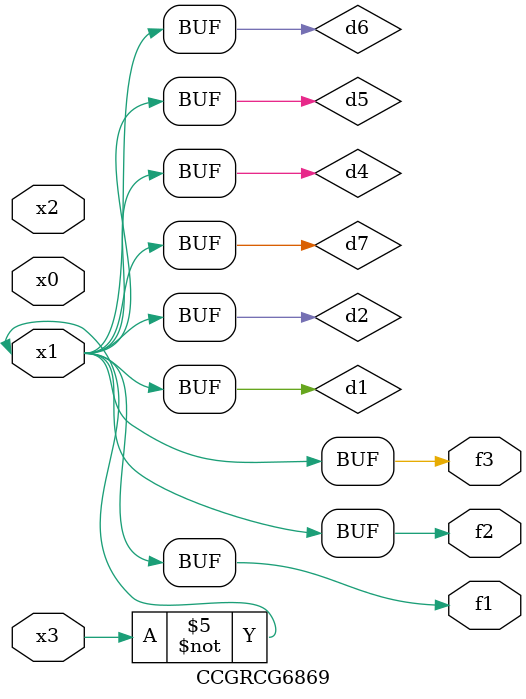
<source format=v>
module CCGRCG6869(
	input x0, x1, x2, x3,
	output f1, f2, f3
);

	wire d1, d2, d3, d4, d5, d6, d7;

	not (d1, x3);
	buf (d2, x1);
	xnor (d3, d1, d2);
	nor (d4, d1);
	buf (d5, d1, d2);
	buf (d6, d4, d5);
	nand (d7, d4);
	assign f1 = d6;
	assign f2 = d7;
	assign f3 = d6;
endmodule

</source>
